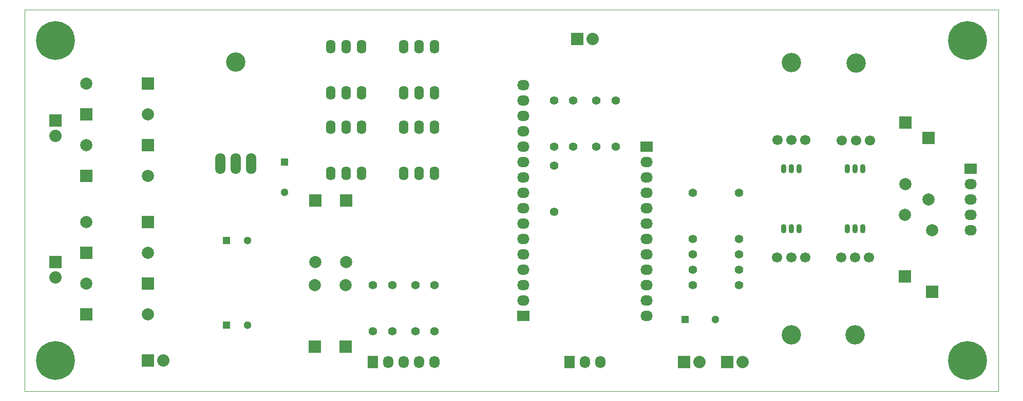
<source format=gbr>
G04 #@! TF.FileFunction,Soldermask,Bot*
%FSLAX46Y46*%
G04 Gerber Fmt 4.6, Leading zero omitted, Abs format (unit mm)*
G04 Created by KiCad (PCBNEW 4.0.5+dfsg1-4) date Sun Nov  1 08:47:06 2020*
%MOMM*%
%LPD*%
G01*
G04 APERTURE LIST*
%ADD10C,0.100000*%
%ADD11R,1.300000X1.300000*%
%ADD12C,1.300000*%
%ADD13R,2.032000X2.032000*%
%ADD14O,2.032000X2.032000*%
%ADD15C,1.397000*%
%ADD16R,1.727200X2.032000*%
%ADD17O,1.727200X2.032000*%
%ADD18R,2.032000X1.727200*%
%ADD19O,2.032000X1.727200*%
%ADD20C,1.998980*%
%ADD21R,1.998980X1.998980*%
%ADD22O,1.699260X3.500120*%
%ADD23C,3.200400*%
%ADD24O,1.600000X2.300000*%
%ADD25O,0.899160X1.501140*%
%ADD26C,1.699260*%
%ADD27C,6.400000*%
G04 APERTURE END LIST*
D10*
X145288000Y-130810000D02*
X187706000Y-130810000D01*
X186690000Y-67818000D02*
X140208000Y-67818000D01*
X74803000Y-67818000D02*
X140335000Y-67818000D01*
X74803000Y-130810000D02*
X74803000Y-67818000D01*
X145415000Y-130810000D02*
X74803000Y-130810000D01*
X235331000Y-130810000D02*
X187579000Y-130810000D01*
X235331000Y-67818000D02*
X235331000Y-130810000D01*
X186563000Y-67818000D02*
X235331000Y-67818000D01*
D11*
X183642000Y-118999000D03*
D12*
X188642000Y-118999000D03*
D13*
X183515000Y-125984000D03*
D14*
X186055000Y-125984000D03*
D13*
X165862000Y-72644000D03*
D14*
X168402000Y-72644000D03*
D13*
X190627000Y-125984000D03*
D14*
X193167000Y-125984000D03*
D15*
X184912000Y-113284000D03*
X192532000Y-113284000D03*
D16*
X164592000Y-125984000D03*
D17*
X167132000Y-125984000D03*
X169672000Y-125984000D03*
D15*
X165227000Y-90424000D03*
X165227000Y-82804000D03*
X172212000Y-90424000D03*
X172212000Y-82804000D03*
X169037000Y-90424000D03*
X169037000Y-82804000D03*
X162052000Y-90424000D03*
X162052000Y-82804000D03*
X162052000Y-101219000D03*
X162052000Y-93599000D03*
D18*
X156972000Y-118364000D03*
D19*
X156972000Y-115824000D03*
X156972000Y-113284000D03*
X156972000Y-110744000D03*
X156972000Y-108204000D03*
X156972000Y-105664000D03*
X156972000Y-103124000D03*
X156972000Y-100584000D03*
X156972000Y-98044000D03*
X156972000Y-95504000D03*
X156972000Y-92964000D03*
X156972000Y-90424000D03*
X156972000Y-87884000D03*
X156972000Y-85344000D03*
X156972000Y-82804000D03*
X156972000Y-80264000D03*
D18*
X177292000Y-90424000D03*
D19*
X177292000Y-92964000D03*
X177292000Y-95504000D03*
X177292000Y-98044000D03*
X177292000Y-100584000D03*
X177292000Y-103124000D03*
X177292000Y-105664000D03*
X177292000Y-108204000D03*
X177292000Y-110744000D03*
X177292000Y-113284000D03*
X177292000Y-115824000D03*
X177292000Y-118364000D03*
D12*
X111577000Y-119888000D03*
D11*
X108077000Y-119888000D03*
D12*
X111577000Y-105918000D03*
D11*
X108077000Y-105918000D03*
X117602000Y-92964000D03*
D12*
X117602000Y-97964000D03*
D20*
X84963000Y-102872540D03*
D21*
X95123000Y-102872540D03*
D20*
X95123000Y-107947460D03*
D21*
X84963000Y-107947460D03*
D20*
X84963000Y-113032540D03*
D21*
X95123000Y-113032540D03*
D20*
X95123000Y-118107460D03*
D21*
X84963000Y-118107460D03*
D20*
X84963000Y-80012540D03*
D21*
X95123000Y-80012540D03*
D20*
X95123000Y-85087460D03*
D21*
X84963000Y-85087460D03*
D20*
X84963000Y-90172540D03*
D21*
X95123000Y-90172540D03*
D20*
X95123000Y-95247460D03*
D21*
X84963000Y-95247460D03*
D13*
X95123000Y-125730000D03*
D14*
X97663000Y-125730000D03*
D13*
X79883000Y-109474000D03*
D14*
X79883000Y-112014000D03*
D13*
X79883000Y-86106000D03*
D14*
X79883000Y-88646000D03*
D22*
X109601000Y-93218000D03*
X107061000Y-93218000D03*
X112141000Y-93218000D03*
D23*
X109601000Y-76454000D03*
D20*
X122679460Y-113284000D03*
D21*
X122679460Y-123444000D03*
D20*
X127759460Y-113284000D03*
D21*
X127759460Y-123444000D03*
D20*
X122684540Y-109474000D03*
D21*
X122684540Y-99314000D03*
D20*
X127764540Y-109474000D03*
D21*
X127764540Y-99314000D03*
D16*
X132207000Y-125984000D03*
D17*
X134747000Y-125984000D03*
X137287000Y-125984000D03*
X139827000Y-125984000D03*
X142367000Y-125984000D03*
D15*
X132207000Y-113284000D03*
X132207000Y-120904000D03*
X135382000Y-113284000D03*
X135382000Y-120904000D03*
X139192000Y-113284000D03*
X139192000Y-120904000D03*
X142367000Y-113284000D03*
X142367000Y-120904000D03*
D24*
X125222000Y-94869000D03*
X127762000Y-94869000D03*
X130302000Y-94869000D03*
X130302000Y-87249000D03*
X127762000Y-87249000D03*
X125222000Y-87249000D03*
X137287000Y-94869000D03*
X139827000Y-94869000D03*
X142367000Y-94869000D03*
X142367000Y-87249000D03*
X139827000Y-87249000D03*
X137287000Y-87249000D03*
X125222000Y-81534000D03*
X127762000Y-81534000D03*
X130302000Y-81534000D03*
X130302000Y-73914000D03*
X127762000Y-73914000D03*
X125222000Y-73914000D03*
X137287000Y-81534000D03*
X139827000Y-81534000D03*
X142367000Y-81534000D03*
X142367000Y-73914000D03*
X139827000Y-73914000D03*
X137287000Y-73914000D03*
D20*
X219966540Y-96647000D03*
D21*
X219966540Y-86487000D03*
D20*
X223776540Y-99187000D03*
D21*
X223776540Y-89027000D03*
D20*
X219961460Y-101727000D03*
D21*
X219961460Y-111887000D03*
D20*
X224406460Y-104267000D03*
D21*
X224406460Y-114427000D03*
D18*
X230759000Y-94107000D03*
D19*
X230759000Y-96647000D03*
X230759000Y-99187000D03*
X230759000Y-101727000D03*
X230759000Y-104267000D03*
D25*
X211709000Y-94107000D03*
X212979000Y-94107000D03*
X210439000Y-94107000D03*
X201231500Y-94107000D03*
X202501500Y-94107000D03*
X199961500Y-94107000D03*
X201168000Y-103949500D03*
X199898000Y-103949500D03*
X202438000Y-103949500D03*
X211709000Y-103949500D03*
X210439000Y-103949500D03*
X212979000Y-103949500D03*
D26*
X211836000Y-89408000D03*
X209544920Y-89408000D03*
X214127080Y-89408000D03*
D23*
X211836000Y-76608940D03*
D26*
X201231500Y-89344500D03*
X198940420Y-89344500D03*
X203522580Y-89344500D03*
D23*
X201231500Y-76545440D03*
D26*
X201168000Y-108712000D03*
X203459080Y-108712000D03*
X198876920Y-108712000D03*
D23*
X201168000Y-121511060D03*
D26*
X211709000Y-108712000D03*
X214000080Y-108712000D03*
X209417920Y-108712000D03*
D23*
X211709000Y-121511060D03*
D15*
X184912000Y-98044000D03*
X192532000Y-98044000D03*
X184912000Y-105664000D03*
X192532000Y-105664000D03*
X184912000Y-110744000D03*
X192532000Y-110744000D03*
X184912000Y-108204000D03*
X192532000Y-108204000D03*
D27*
X230251000Y-72898000D03*
X230251000Y-125730000D03*
X79883000Y-72898000D03*
X79883000Y-125730000D03*
M02*

</source>
